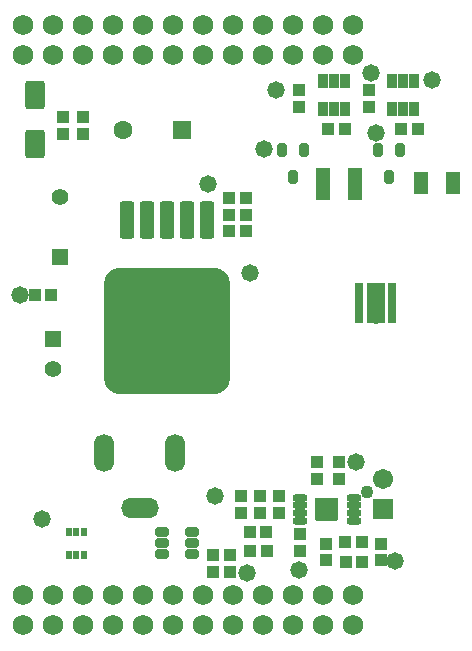
<source format=gts>
G04*
G04 #@! TF.GenerationSoftware,Altium Limited,Altium Designer,19.1.9 (167)*
G04*
G04 Layer_Color=8388736*
%FSLAX43Y43*%
%MOMM*%
G71*
G01*
G75*
%ADD37R,0.603X0.703*%
%ADD38R,1.303X1.903*%
%ADD39R,1.303X2.803*%
G04:AMPARAMS|DCode=40|XSize=0.803mm|YSize=1.203mm|CornerRadius=0.177mm|HoleSize=0mm|Usage=FLASHONLY|Rotation=180.000|XOffset=0mm|YOffset=0mm|HoleType=Round|Shape=RoundedRectangle|*
%AMROUNDEDRECTD40*
21,1,0.803,0.850,0,0,180.0*
21,1,0.450,1.203,0,0,180.0*
1,1,0.353,-0.225,0.425*
1,1,0.353,0.225,0.425*
1,1,0.353,0.225,-0.425*
1,1,0.353,-0.225,-0.425*
%
%ADD40ROUNDEDRECTD40*%
%ADD41R,1.103X1.003*%
%ADD42R,1.003X1.103*%
%ADD43R,0.853X1.303*%
%ADD44R,0.703X3.503*%
%ADD45R,1.503X3.503*%
G04:AMPARAMS|DCode=46|XSize=0.803mm|YSize=1.203mm|CornerRadius=0.177mm|HoleSize=0mm|Usage=FLASHONLY|Rotation=270.000|XOffset=0mm|YOffset=0mm|HoleType=Round|Shape=RoundedRectangle|*
%AMROUNDEDRECTD46*
21,1,0.803,0.850,0,0,270.0*
21,1,0.450,1.203,0,0,270.0*
1,1,0.353,-0.425,-0.225*
1,1,0.353,-0.425,0.225*
1,1,0.353,0.425,0.225*
1,1,0.353,0.425,-0.225*
%
%ADD46ROUNDEDRECTD46*%
G04:AMPARAMS|DCode=47|XSize=2.403mm|YSize=1.703mm|CornerRadius=0.289mm|HoleSize=0mm|Usage=FLASHONLY|Rotation=90.000|XOffset=0mm|YOffset=0mm|HoleType=Round|Shape=RoundedRectangle|*
%AMROUNDEDRECTD47*
21,1,2.403,1.125,0,0,90.0*
21,1,1.825,1.703,0,0,90.0*
1,1,0.578,0.563,0.913*
1,1,0.578,0.563,-0.913*
1,1,0.578,-0.563,-0.913*
1,1,0.578,-0.563,0.913*
%
%ADD47ROUNDEDRECTD47*%
G04:AMPARAMS|DCode=48|XSize=10.703mm|YSize=10.703mm|CornerRadius=1.414mm|HoleSize=0mm|Usage=FLASHONLY|Rotation=90.000|XOffset=0mm|YOffset=0mm|HoleType=Round|Shape=RoundedRectangle|*
%AMROUNDEDRECTD48*
21,1,10.703,7.875,0,0,90.0*
21,1,7.875,10.703,0,0,90.0*
1,1,2.828,3.938,3.938*
1,1,2.828,3.938,-3.938*
1,1,2.828,-3.938,-3.938*
1,1,2.828,-3.938,3.938*
%
%ADD48ROUNDEDRECTD48*%
G04:AMPARAMS|DCode=49|XSize=3.153mm|YSize=1.253mm|CornerRadius=0.233mm|HoleSize=0mm|Usage=FLASHONLY|Rotation=90.000|XOffset=0mm|YOffset=0mm|HoleType=Round|Shape=RoundedRectangle|*
%AMROUNDEDRECTD49*
21,1,3.153,0.788,0,0,90.0*
21,1,2.688,1.253,0,0,90.0*
1,1,0.466,0.394,1.344*
1,1,0.466,0.394,-1.344*
1,1,0.466,-0.394,-1.344*
1,1,0.466,-0.394,1.344*
%
%ADD49ROUNDEDRECTD49*%
G04:AMPARAMS|DCode=50|XSize=0.613mm|YSize=1.223mm|CornerRadius=0.204mm|HoleSize=0mm|Usage=FLASHONLY|Rotation=90.000|XOffset=0mm|YOffset=0mm|HoleType=Round|Shape=RoundedRectangle|*
%AMROUNDEDRECTD50*
21,1,0.613,0.815,0,0,90.0*
21,1,0.205,1.223,0,0,90.0*
1,1,0.408,0.407,0.103*
1,1,0.408,0.407,-0.103*
1,1,0.408,-0.407,-0.103*
1,1,0.408,-0.407,0.103*
%
%ADD50ROUNDEDRECTD50*%
%ADD51C,1.727*%
%ADD52R,1.409X1.409*%
%ADD53C,1.409*%
%ADD54C,1.603*%
%ADD55R,1.603X1.603*%
%ADD56O,1.703X3.203*%
%ADD57O,3.203X1.703*%
%ADD58C,1.703*%
%ADD59R,1.703X1.703*%
%ADD60C,1.473*%
%ADD61C,1.103*%
%ADD62C,1.203*%
G36*
X27939Y12607D02*
X27952Y12606D01*
X27965Y12603D01*
X27978Y12599D01*
X27990Y12593D01*
X28001Y12586D01*
X28011Y12577D01*
X28019Y12567D01*
X28027Y12556D01*
X28033Y12544D01*
X28037Y12531D01*
X28040Y12518D01*
X28040Y12505D01*
X28040Y10757D01*
X28040Y10744D01*
X28037Y10731D01*
X28033Y10718D01*
X28027Y10706D01*
X28019Y10695D01*
X28011Y10685D01*
X28001Y10676D01*
X27990Y10669D01*
X27978Y10663D01*
X27965Y10659D01*
X27952Y10656D01*
X27939Y10655D01*
X26191Y10655D01*
X26178Y10656D01*
X26165Y10659D01*
X26152Y10663D01*
X26140Y10669D01*
X26129Y10676D01*
X26119Y10685D01*
X26110Y10695D01*
X26103Y10706D01*
X26097Y10718D01*
X26093Y10731D01*
X26090Y10744D01*
X26089Y10757D01*
X26089Y12505D01*
X26090Y12518D01*
X26093Y12531D01*
X26097Y12544D01*
X26103Y12556D01*
X26110Y12567D01*
X26119Y12577D01*
X26129Y12586D01*
X26140Y12593D01*
X26152Y12599D01*
X26165Y12603D01*
X26178Y12606D01*
X26191Y12607D01*
X27939Y12607D01*
D02*
G37*
D37*
X5239Y7763D02*
D03*
X5889D02*
D03*
X6539D02*
D03*
Y9663D02*
D03*
X5889D02*
D03*
X5239D02*
D03*
D38*
X35077Y39219D02*
D03*
X37777D02*
D03*
D39*
X29496Y39124D02*
D03*
X26796D02*
D03*
D40*
X32354Y39735D02*
D03*
X31404Y42035D02*
D03*
X33304D02*
D03*
X24218Y39735D02*
D03*
X23268Y42035D02*
D03*
X25168D02*
D03*
D41*
X24772Y45687D02*
D03*
Y47087D02*
D03*
X30680Y45687D02*
D03*
Y47087D02*
D03*
X23049Y11334D02*
D03*
Y12734D02*
D03*
X31660Y7283D02*
D03*
Y8683D02*
D03*
X6415Y44807D02*
D03*
Y43407D02*
D03*
X4734D02*
D03*
Y44807D02*
D03*
X19840Y12734D02*
D03*
Y11334D02*
D03*
X27060Y8683D02*
D03*
Y7283D02*
D03*
X24786Y9509D02*
D03*
Y8109D02*
D03*
X21444Y11334D02*
D03*
Y12734D02*
D03*
X26267Y15573D02*
D03*
Y14173D02*
D03*
X28106Y14189D02*
D03*
Y15589D02*
D03*
D42*
X28617Y43802D02*
D03*
X27217D02*
D03*
X34777D02*
D03*
X33377D02*
D03*
X21988Y8056D02*
D03*
X20588D02*
D03*
X28672Y7157D02*
D03*
X30072D02*
D03*
X28668Y8860D02*
D03*
X30068D02*
D03*
X20225Y35135D02*
D03*
X18825D02*
D03*
X20225Y37966D02*
D03*
X18825D02*
D03*
X20225Y36551D02*
D03*
X18825D02*
D03*
X3748Y29724D02*
D03*
X2348D02*
D03*
X21978Y9658D02*
D03*
X20578D02*
D03*
X18852Y7725D02*
D03*
X17452D02*
D03*
X18852Y6294D02*
D03*
X17452D02*
D03*
D43*
X32575Y45507D02*
D03*
X33525D02*
D03*
X34475D02*
D03*
Y47907D02*
D03*
X33525D02*
D03*
X32575D02*
D03*
X26760Y45507D02*
D03*
X27710D02*
D03*
X28660D02*
D03*
Y47907D02*
D03*
X27710D02*
D03*
X26760D02*
D03*
D44*
X29839Y29040D02*
D03*
X32639D02*
D03*
D45*
X31239D02*
D03*
D46*
X13101Y8760D02*
D03*
Y9710D02*
D03*
X15701Y7810D02*
D03*
Y8760D02*
D03*
Y9710D02*
D03*
X13101Y7810D02*
D03*
D47*
X2360Y46710D02*
D03*
Y42510D02*
D03*
D48*
X13550Y26732D02*
D03*
D49*
X10140Y36132D02*
D03*
X16960D02*
D03*
X15255D02*
D03*
X13550D02*
D03*
X11845D02*
D03*
D50*
X24791Y10636D02*
D03*
Y11286D02*
D03*
Y11936D02*
D03*
Y12586D02*
D03*
X29391D02*
D03*
Y11936D02*
D03*
Y11286D02*
D03*
Y10636D02*
D03*
D51*
X3864Y4328D02*
D03*
X29264D02*
D03*
X26724D02*
D03*
X24184D02*
D03*
X21644D02*
D03*
X19104D02*
D03*
X16564D02*
D03*
X14024D02*
D03*
X11484D02*
D03*
X8944D02*
D03*
X6404D02*
D03*
X1324D02*
D03*
X29264Y1788D02*
D03*
X26724D02*
D03*
X24184D02*
D03*
X21644D02*
D03*
X19104D02*
D03*
X16564D02*
D03*
X14024D02*
D03*
X11484D02*
D03*
X8944D02*
D03*
X6404D02*
D03*
X3864D02*
D03*
X1324D02*
D03*
X29264Y52588D02*
D03*
X26724D02*
D03*
X24184D02*
D03*
X21644D02*
D03*
X19104D02*
D03*
X16564D02*
D03*
X14024D02*
D03*
X11484D02*
D03*
X8944D02*
D03*
X6404D02*
D03*
X3864D02*
D03*
X1324D02*
D03*
X29264Y50048D02*
D03*
X26724D02*
D03*
X24184D02*
D03*
X21644D02*
D03*
X19104D02*
D03*
X16564D02*
D03*
X14024D02*
D03*
X11484D02*
D03*
X8944D02*
D03*
X6404D02*
D03*
X3864D02*
D03*
X1324D02*
D03*
D52*
X3876Y25987D02*
D03*
X4481Y32943D02*
D03*
D53*
X3876Y23487D02*
D03*
X4481Y38023D02*
D03*
D54*
X9800Y43721D02*
D03*
D55*
X14800D02*
D03*
D56*
X8232Y16384D02*
D03*
X14231D02*
D03*
D57*
X11232Y11684D02*
D03*
D58*
X31873Y14149D02*
D03*
D59*
Y11609D02*
D03*
D60*
X2983Y10783D02*
D03*
X22758Y47130D02*
D03*
X30838Y48581D02*
D03*
X35995Y47973D02*
D03*
X31210Y43463D02*
D03*
X21738Y42149D02*
D03*
X17013Y39175D02*
D03*
X1106Y29735D02*
D03*
X20572Y31594D02*
D03*
X13550Y26732D02*
D03*
X17642Y12729D02*
D03*
X20351Y6187D02*
D03*
X24745Y6469D02*
D03*
X27059Y11627D02*
D03*
X29563Y15618D02*
D03*
X32864Y7245D02*
D03*
D61*
X30499Y13102D02*
D03*
D62*
X31244Y27910D02*
D03*
X31239Y29064D02*
D03*
Y30209D02*
D03*
M02*

</source>
